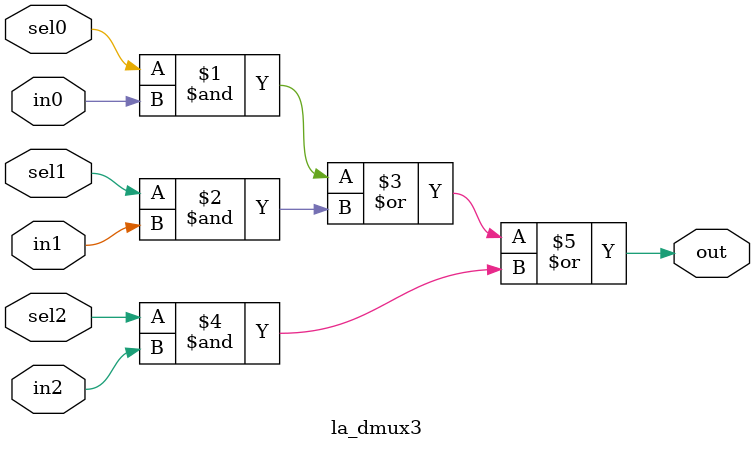
<source format=v>

module la_dmux3
  #(parameter PROP = "DEFAULT")
   (
    input  sel0,
    input  sel1,
    input  sel2,
    input  in0,
    input  in1,
    input  in2,
    output out
    );

   assign out = (sel0 & in0) |
		(sel1 & in1) |
		(sel2 & in2);

endmodule

</source>
